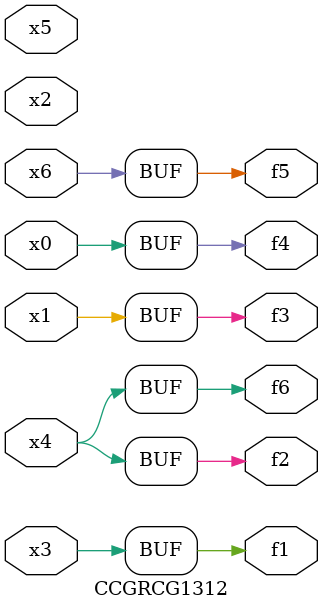
<source format=v>
module CCGRCG1312(
	input x0, x1, x2, x3, x4, x5, x6,
	output f1, f2, f3, f4, f5, f6
);
	assign f1 = x3;
	assign f2 = x4;
	assign f3 = x1;
	assign f4 = x0;
	assign f5 = x6;
	assign f6 = x4;
endmodule

</source>
